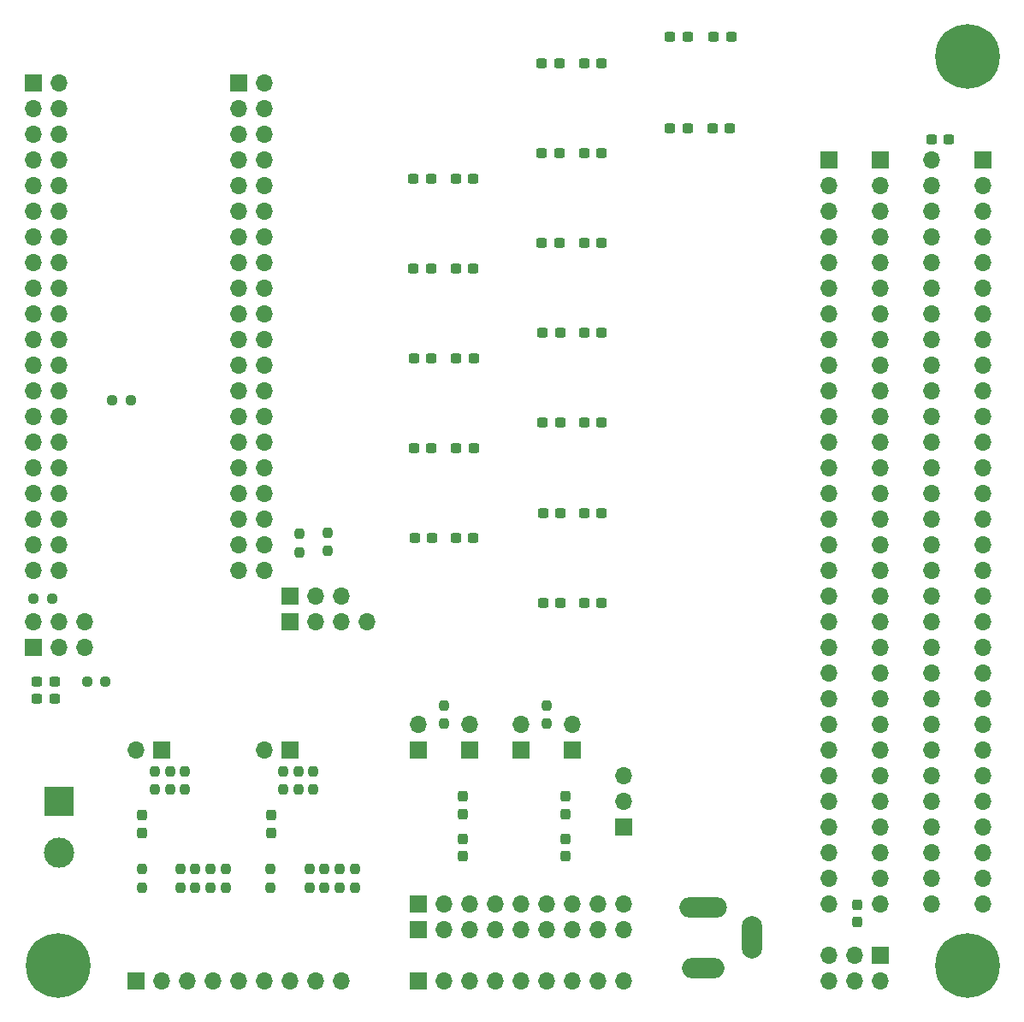
<source format=gbs>
G04 #@! TF.GenerationSoftware,KiCad,Pcbnew,(6.0.2)*
G04 #@! TF.CreationDate,2022-03-02T03:30:40+09:00*
G04 #@! TF.ProjectId,nes_peripheral,6e65735f-7065-4726-9970-686572616c2e,rev?*
G04 #@! TF.SameCoordinates,Original*
G04 #@! TF.FileFunction,Soldermask,Bot*
G04 #@! TF.FilePolarity,Negative*
%FSLAX46Y46*%
G04 Gerber Fmt 4.6, Leading zero omitted, Abs format (unit mm)*
G04 Created by KiCad (PCBNEW (6.0.2)) date 2022-03-02 03:30:40*
%MOMM*%
%LPD*%
G01*
G04 APERTURE LIST*
G04 Aperture macros list*
%AMRoundRect*
0 Rectangle with rounded corners*
0 $1 Rounding radius*
0 $2 $3 $4 $5 $6 $7 $8 $9 X,Y pos of 4 corners*
0 Add a 4 corners polygon primitive as box body*
4,1,4,$2,$3,$4,$5,$6,$7,$8,$9,$2,$3,0*
0 Add four circle primitives for the rounded corners*
1,1,$1+$1,$2,$3*
1,1,$1+$1,$4,$5*
1,1,$1+$1,$6,$7*
1,1,$1+$1,$8,$9*
0 Add four rect primitives between the rounded corners*
20,1,$1+$1,$2,$3,$4,$5,0*
20,1,$1+$1,$4,$5,$6,$7,0*
20,1,$1+$1,$6,$7,$8,$9,0*
20,1,$1+$1,$8,$9,$2,$3,0*%
G04 Aperture macros list end*
%ADD10R,1.700000X1.700000*%
%ADD11O,1.700000X1.700000*%
%ADD12C,3.600000*%
%ADD13C,6.400000*%
%ADD14R,3.000000X3.000000*%
%ADD15C,3.000000*%
%ADD16O,4.700000X2.000000*%
%ADD17O,4.200000X2.000000*%
%ADD18O,2.000000X4.200000*%
%ADD19RoundRect,0.237500X-0.300000X-0.237500X0.300000X-0.237500X0.300000X0.237500X-0.300000X0.237500X0*%
%ADD20RoundRect,0.237500X-0.237500X0.250000X-0.237500X-0.250000X0.237500X-0.250000X0.237500X0.250000X0*%
%ADD21RoundRect,0.237500X0.237500X-0.250000X0.237500X0.250000X-0.237500X0.250000X-0.237500X-0.250000X0*%
%ADD22RoundRect,0.237500X-0.237500X0.300000X-0.237500X-0.300000X0.237500X-0.300000X0.237500X0.300000X0*%
%ADD23RoundRect,0.237500X0.300000X0.237500X-0.300000X0.237500X-0.300000X-0.237500X0.300000X-0.237500X0*%
%ADD24RoundRect,0.237500X-0.250000X-0.237500X0.250000X-0.237500X0.250000X0.237500X-0.250000X0.237500X0*%
%ADD25RoundRect,0.237500X0.237500X-0.300000X0.237500X0.300000X-0.237500X0.300000X-0.237500X-0.300000X0*%
G04 APERTURE END LIST*
D10*
X53340000Y-139700000D03*
D11*
X55880000Y-139700000D03*
X58420000Y-139700000D03*
X60960000Y-139700000D03*
X63500000Y-139700000D03*
X66040000Y-139700000D03*
X68580000Y-139700000D03*
X71120000Y-139700000D03*
X73660000Y-139700000D03*
D10*
X96520000Y-116840000D03*
D11*
X96520000Y-114300000D03*
D10*
X55880000Y-116840000D03*
D11*
X53340000Y-116840000D03*
D10*
X127000000Y-58420000D03*
D11*
X127000000Y-60960000D03*
X127000000Y-63500000D03*
X127000000Y-66040000D03*
X127000000Y-68580000D03*
X127000000Y-71120000D03*
X127000000Y-73660000D03*
X127000000Y-76200000D03*
X127000000Y-78740000D03*
X127000000Y-81280000D03*
X127000000Y-83820000D03*
X127000000Y-86360000D03*
X127000000Y-88900000D03*
X127000000Y-91440000D03*
X127000000Y-93980000D03*
X127000000Y-96520000D03*
X127000000Y-99060000D03*
X127000000Y-101600000D03*
X127000000Y-104140000D03*
X127000000Y-106680000D03*
X127000000Y-109220000D03*
X127000000Y-111760000D03*
X127000000Y-114300000D03*
X127000000Y-116840000D03*
X127000000Y-119380000D03*
X127000000Y-121920000D03*
X127000000Y-124460000D03*
X127000000Y-127000000D03*
X127000000Y-129540000D03*
X127000000Y-132080000D03*
X132080000Y-58420000D03*
X132080000Y-60960000D03*
X132080000Y-63500000D03*
X132080000Y-66040000D03*
X132080000Y-68580000D03*
X132080000Y-71120000D03*
X132080000Y-73660000D03*
X132080000Y-76200000D03*
X132080000Y-78740000D03*
X132080000Y-81280000D03*
X132080000Y-83820000D03*
X132080000Y-86360000D03*
X132080000Y-88900000D03*
X132080000Y-91440000D03*
X132080000Y-93980000D03*
X132080000Y-96520000D03*
X132080000Y-99060000D03*
X132080000Y-101600000D03*
X132080000Y-104140000D03*
X132080000Y-106680000D03*
X132080000Y-109220000D03*
X132080000Y-111760000D03*
X132080000Y-114300000D03*
X132080000Y-116840000D03*
X132080000Y-119380000D03*
X132080000Y-121920000D03*
X132080000Y-124460000D03*
X132080000Y-127000000D03*
X132080000Y-129540000D03*
X132080000Y-132080000D03*
D10*
X86360000Y-116840000D03*
D11*
X86360000Y-114300000D03*
D10*
X81280000Y-134620000D03*
D11*
X83820000Y-134620000D03*
X86360000Y-134620000D03*
X88900000Y-134620000D03*
X91440000Y-134620000D03*
X93980000Y-134620000D03*
X96520000Y-134620000D03*
X99060000Y-134620000D03*
X101600000Y-134620000D03*
D10*
X91440000Y-116840000D03*
D11*
X91440000Y-114300000D03*
D10*
X68580000Y-101600000D03*
D11*
X71120000Y-101600000D03*
X73660000Y-101600000D03*
D12*
X45640000Y-138180000D03*
D13*
X45640000Y-138180000D03*
D10*
X68580000Y-104140000D03*
D11*
X71120000Y-104140000D03*
X73660000Y-104140000D03*
X76200000Y-104140000D03*
D14*
X45720000Y-121920000D03*
D15*
X45720000Y-127000000D03*
D10*
X81280000Y-139700000D03*
D11*
X83820000Y-139700000D03*
X86360000Y-139700000D03*
X88900000Y-139700000D03*
X91440000Y-139700000D03*
X93980000Y-139700000D03*
X96520000Y-139700000D03*
X99060000Y-139700000D03*
X101600000Y-139700000D03*
D10*
X43180000Y-106680000D03*
D11*
X43180000Y-104140000D03*
X45720000Y-106680000D03*
X45720000Y-104140000D03*
X48260000Y-106680000D03*
X48260000Y-104140000D03*
D13*
X135640000Y-138180000D03*
D12*
X135640000Y-138180000D03*
D16*
X109500000Y-132430000D03*
D17*
X109500000Y-138430000D03*
D18*
X114300000Y-135430000D03*
D10*
X101600000Y-124460000D03*
D11*
X101600000Y-121920000D03*
X101600000Y-119380000D03*
D10*
X81280000Y-116840000D03*
D11*
X81280000Y-114300000D03*
D10*
X68580000Y-116840000D03*
D11*
X66040000Y-116840000D03*
D12*
X135640000Y-48180000D03*
D13*
X135640000Y-48180000D03*
D10*
X81280000Y-132080000D03*
D11*
X83820000Y-132080000D03*
X86360000Y-132080000D03*
X88900000Y-132080000D03*
X91440000Y-132080000D03*
X93980000Y-132080000D03*
X96520000Y-132080000D03*
X99060000Y-132080000D03*
X101600000Y-132080000D03*
D19*
X80940000Y-95880000D03*
X82665000Y-95880000D03*
X106240000Y-46280000D03*
X107965000Y-46280000D03*
X80877500Y-78080000D03*
X82602500Y-78080000D03*
X43587500Y-110080000D03*
X45312500Y-110080000D03*
X43587500Y-111760000D03*
X45312500Y-111760000D03*
X80840000Y-69180000D03*
X82565000Y-69180000D03*
D20*
X59240000Y-128655000D03*
X59240000Y-130480000D03*
X55240000Y-118955000D03*
X55240000Y-120780000D03*
X67940000Y-118967500D03*
X67940000Y-120792500D03*
D19*
X93540000Y-66680000D03*
X95265000Y-66680000D03*
D10*
X137160000Y-58420000D03*
D11*
X137160000Y-60960000D03*
X137160000Y-63500000D03*
X137160000Y-66040000D03*
X137160000Y-68580000D03*
X137160000Y-71120000D03*
X137160000Y-73660000D03*
X137160000Y-76200000D03*
X137160000Y-78740000D03*
X137160000Y-81280000D03*
X137160000Y-83820000D03*
X137160000Y-86360000D03*
X137160000Y-88900000D03*
X137160000Y-91440000D03*
X137160000Y-93980000D03*
X137160000Y-96520000D03*
X137160000Y-99060000D03*
X137160000Y-101600000D03*
X137160000Y-104140000D03*
X137160000Y-106680000D03*
X137160000Y-109220000D03*
X137160000Y-111760000D03*
X137160000Y-114300000D03*
X137160000Y-116840000D03*
X137160000Y-119380000D03*
X137160000Y-121920000D03*
X137160000Y-124460000D03*
X137160000Y-127000000D03*
X137160000Y-129540000D03*
X137160000Y-132080000D03*
D20*
X69440000Y-118967500D03*
X69440000Y-120792500D03*
D21*
X93980000Y-114280000D03*
X93980000Y-112455000D03*
D22*
X124740000Y-132155000D03*
X124740000Y-133880000D03*
D21*
X83840000Y-114280000D03*
X83840000Y-112455000D03*
D19*
X93615000Y-84480000D03*
X95340000Y-84480000D03*
D10*
X127000000Y-137160000D03*
D11*
X127000000Y-139700000D03*
X124460000Y-137160000D03*
X124460000Y-139700000D03*
X121920000Y-137160000D03*
X121920000Y-139700000D03*
D20*
X58240000Y-118955000D03*
X58240000Y-120780000D03*
X62240000Y-128655000D03*
X62240000Y-130480000D03*
D10*
X43180000Y-50800000D03*
D11*
X45720000Y-50800000D03*
X43180000Y-53340000D03*
X45720000Y-53340000D03*
X43180000Y-55880000D03*
X45720000Y-55880000D03*
X43180000Y-58420000D03*
X45720000Y-58420000D03*
X43180000Y-60960000D03*
X45720000Y-60960000D03*
X43180000Y-63500000D03*
X45720000Y-63500000D03*
X43180000Y-66040000D03*
X45720000Y-66040000D03*
X43180000Y-68580000D03*
X45720000Y-68580000D03*
X43180000Y-71120000D03*
X45720000Y-71120000D03*
X43180000Y-73660000D03*
X45720000Y-73660000D03*
X43180000Y-76200000D03*
X45720000Y-76200000D03*
X43180000Y-78740000D03*
X45720000Y-78740000D03*
X43180000Y-81280000D03*
X45720000Y-81280000D03*
X43180000Y-83820000D03*
X45720000Y-83820000D03*
X43180000Y-86360000D03*
X45720000Y-86360000D03*
X43180000Y-88900000D03*
X45720000Y-88900000D03*
X43180000Y-91440000D03*
X45720000Y-91440000D03*
X43180000Y-93980000D03*
X45720000Y-93980000D03*
X43180000Y-96520000D03*
X45720000Y-96520000D03*
X43180000Y-99060000D03*
X45720000Y-99060000D03*
D19*
X93615000Y-75580000D03*
X95340000Y-75580000D03*
D20*
X70940000Y-118967500D03*
X70940000Y-120792500D03*
X73540000Y-128667500D03*
X73540000Y-130492500D03*
X72040000Y-128667500D03*
X72040000Y-130492500D03*
D23*
X99440000Y-102280000D03*
X97715000Y-102280000D03*
D19*
X80840000Y-60280000D03*
X82565000Y-60280000D03*
D20*
X53940000Y-128655000D03*
X53940000Y-130480000D03*
X60740000Y-128655000D03*
X60740000Y-130480000D03*
D19*
X80877500Y-86980000D03*
X82602500Y-86980000D03*
X93640000Y-93380000D03*
X95365000Y-93380000D03*
D20*
X75040000Y-128667500D03*
X75040000Y-130492500D03*
D23*
X99465000Y-57780000D03*
X97740000Y-57780000D03*
D10*
X63500000Y-50800000D03*
D11*
X66040000Y-50800000D03*
X63500000Y-53340000D03*
X66040000Y-53340000D03*
X63500000Y-55880000D03*
X66040000Y-55880000D03*
X63500000Y-58420000D03*
X66040000Y-58420000D03*
X63500000Y-60960000D03*
X66040000Y-60960000D03*
X63500000Y-63500000D03*
X66040000Y-63500000D03*
X63500000Y-66040000D03*
X66040000Y-66040000D03*
X63500000Y-68580000D03*
X66040000Y-68580000D03*
X63500000Y-71120000D03*
X66040000Y-71120000D03*
X63500000Y-73660000D03*
X66040000Y-73660000D03*
X63500000Y-76200000D03*
X66040000Y-76200000D03*
X63500000Y-78740000D03*
X66040000Y-78740000D03*
X63500000Y-81280000D03*
X66040000Y-81280000D03*
X63500000Y-83820000D03*
X66040000Y-83820000D03*
X63500000Y-86360000D03*
X66040000Y-86360000D03*
X63500000Y-88900000D03*
X66040000Y-88900000D03*
X63500000Y-91440000D03*
X66040000Y-91440000D03*
X63500000Y-93980000D03*
X66040000Y-93980000D03*
X63500000Y-96520000D03*
X66040000Y-96520000D03*
X63500000Y-99060000D03*
X66040000Y-99060000D03*
D20*
X57740000Y-128667500D03*
X57740000Y-130492500D03*
D23*
X112165000Y-55280000D03*
X110440000Y-55280000D03*
D20*
X66640000Y-128667500D03*
X66640000Y-130492500D03*
D24*
X51040000Y-82280000D03*
X52865000Y-82280000D03*
D21*
X69540000Y-97267500D03*
X69540000Y-95442500D03*
D20*
X70540000Y-128667500D03*
X70540000Y-130492500D03*
D19*
X93540000Y-48880000D03*
X95265000Y-48880000D03*
D25*
X85740000Y-127380000D03*
X85740000Y-125655000D03*
D10*
X121920000Y-58420000D03*
D11*
X121920000Y-60960000D03*
X121920000Y-63500000D03*
X121920000Y-66040000D03*
X121920000Y-68580000D03*
X121920000Y-71120000D03*
X121920000Y-73660000D03*
X121920000Y-76200000D03*
X121920000Y-78740000D03*
X121920000Y-81280000D03*
X121920000Y-83820000D03*
X121920000Y-86360000D03*
X121920000Y-88900000D03*
X121920000Y-91440000D03*
X121920000Y-93980000D03*
X121920000Y-96520000D03*
X121920000Y-99060000D03*
X121920000Y-101600000D03*
X121920000Y-104140000D03*
X121920000Y-106680000D03*
X121920000Y-109220000D03*
X121920000Y-111760000D03*
X121920000Y-114300000D03*
X121920000Y-116840000D03*
X121920000Y-119380000D03*
X121920000Y-121920000D03*
X121920000Y-124460000D03*
X121920000Y-127000000D03*
X121920000Y-129540000D03*
X121920000Y-132080000D03*
D23*
X99440000Y-93380000D03*
X97715000Y-93380000D03*
D19*
X93525000Y-57780000D03*
X95250000Y-57780000D03*
D23*
X112265000Y-46280000D03*
X110540000Y-46280000D03*
D22*
X95840000Y-121480000D03*
X95840000Y-123205000D03*
D25*
X95840000Y-127380000D03*
X95840000Y-125655000D03*
D24*
X48540000Y-110080000D03*
X50365000Y-110080000D03*
D19*
X93640000Y-102280000D03*
X95365000Y-102280000D03*
D22*
X53940000Y-123317500D03*
X53940000Y-125042500D03*
D23*
X86740000Y-95880000D03*
X85015000Y-95880000D03*
X99440000Y-84480000D03*
X97715000Y-84480000D03*
X99465000Y-75580000D03*
X97740000Y-75580000D03*
D21*
X72340000Y-97180000D03*
X72340000Y-95355000D03*
D23*
X86765000Y-60280000D03*
X85040000Y-60280000D03*
D22*
X66740000Y-123317500D03*
X66740000Y-125042500D03*
D23*
X86765000Y-69180000D03*
X85040000Y-69180000D03*
D19*
X132077500Y-56380000D03*
X133802500Y-56380000D03*
D24*
X43240000Y-101880000D03*
X45065000Y-101880000D03*
D19*
X106240000Y-55280000D03*
X107965000Y-55280000D03*
D23*
X86802500Y-78080000D03*
X85077500Y-78080000D03*
X86802500Y-86980000D03*
X85077500Y-86980000D03*
X99465000Y-66680000D03*
X97740000Y-66680000D03*
D22*
X85740000Y-121480000D03*
X85740000Y-123205000D03*
D23*
X99465000Y-48880000D03*
X97740000Y-48880000D03*
D20*
X56740000Y-118955000D03*
X56740000Y-120780000D03*
M02*

</source>
